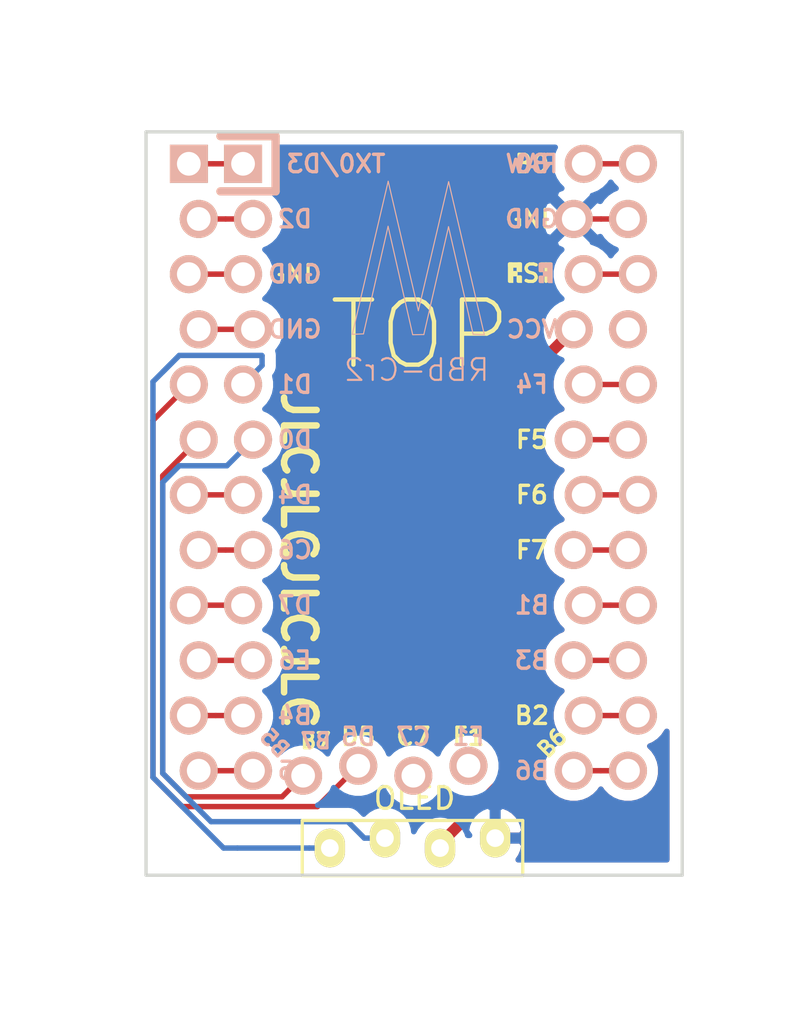
<source format=kicad_pcb>
(kicad_pcb (version 20171130) (host pcbnew 5.1.4+dfsg1-1~bpo10+1)

  (general
    (thickness 1.6)
    (drawings 22)
    (tracks 64)
    (zones 0)
    (modules 3)
    (nets 32)
  )

  (page A4)
  (layers
    (0 F.Cu signal)
    (31 B.Cu signal)
    (32 B.Adhes user)
    (33 F.Adhes user)
    (34 B.Paste user)
    (35 F.Paste user)
    (36 B.SilkS user)
    (37 F.SilkS user)
    (38 B.Mask user)
    (39 F.Mask user)
    (40 Dwgs.User user)
    (41 Cmts.User user)
    (42 Eco1.User user)
    (43 Eco2.User user)
    (44 Edge.Cuts user)
    (45 Margin user)
    (46 B.CrtYd user)
    (47 F.CrtYd user)
    (48 B.Fab user)
    (49 F.Fab user)
  )

  (setup
    (last_trace_width 0.25)
    (trace_clearance 0.2)
    (zone_clearance 0.508)
    (zone_45_only no)
    (trace_min 0.2)
    (via_size 0.8)
    (via_drill 0.4)
    (via_min_size 0.4)
    (via_min_drill 0.3)
    (uvia_size 0.3)
    (uvia_drill 0.1)
    (uvias_allowed no)
    (uvia_min_size 0.2)
    (uvia_min_drill 0.1)
    (edge_width 0.1)
    (segment_width 0.2)
    (pcb_text_width 0.3)
    (pcb_text_size 1.5 1.5)
    (mod_edge_width 0.15)
    (mod_text_size 1 1)
    (mod_text_width 0.15)
    (pad_size 1.397 1.778)
    (pad_drill 0.8128)
    (pad_to_mask_clearance 0)
    (aux_axis_origin 0 0)
    (visible_elements 7FFFFFFF)
    (pcbplotparams
      (layerselection 0x010f0_ffffffff)
      (usegerberextensions true)
      (usegerberattributes false)
      (usegerberadvancedattributes false)
      (creategerberjobfile false)
      (excludeedgelayer true)
      (linewidth 0.100000)
      (plotframeref false)
      (viasonmask false)
      (mode 1)
      (useauxorigin false)
      (hpglpennumber 1)
      (hpglpenspeed 20)
      (hpglpendiameter 15.000000)
      (psnegative false)
      (psa4output false)
      (plotreference true)
      (plotvalue true)
      (plotinvisibletext false)
      (padsonsilk false)
      (subtractmaskfromsilk true)
      (outputformat 1)
      (mirror false)
      (drillshape 0)
      (scaleselection 1)
      (outputdirectory "../../gerbers/"))
  )

  (net 0 "")
  (net 1 "Net-(U1-Pad24)")
  (net 2 "Net-(U1-Pad12)")
  (net 3 "Net-(U1-Pad23)")
  (net 4 "Net-(U1-Pad22)")
  (net 5 "Net-(U1-Pad20)")
  (net 6 "Net-(U1-Pad19)")
  (net 7 "Net-(U1-Pad18)")
  (net 8 "Net-(U1-Pad17)")
  (net 9 "Net-(U1-Pad16)")
  (net 10 "Net-(U1-Pad15)")
  (net 11 "Net-(U1-Pad14)")
  (net 12 "Net-(U1-Pad13)")
  (net 13 "Net-(U1-Pad11)")
  (net 14 "Net-(U1-Pad10)")
  (net 15 "Net-(U1-Pad9)")
  (net 16 "Net-(U1-Pad8)")
  (net 17 "Net-(U1-Pad7)")
  (net 18 "Net-(U1-Pad4)")
  (net 19 "Net-(U1-Pad3)")
  (net 20 "Net-(U1-Pad2)")
  (net 21 "Net-(U1-Pad1)")
  (net 22 "Net-(U1-Pad25)")
  (net 23 "Net-(U1-Pad26)")
  (net 24 "Net-(U1-Pad27)")
  (net 25 "Net-(U1-Pad28)")
  (net 26 SDA)
  (net 27 SCL)
  (net 28 VCC)
  (net 29 "Net-(U2-Pad21)")
  (net 30 GND)
  (net 31 "Net-(U2-Pad23)")

  (net_class Default "This is the default net class."
    (clearance 0.2)
    (trace_width 0.25)
    (via_dia 0.8)
    (via_drill 0.4)
    (uvia_dia 0.3)
    (uvia_drill 0.1)
    (add_net GND)
    (add_net "Net-(U1-Pad1)")
    (add_net "Net-(U1-Pad10)")
    (add_net "Net-(U1-Pad11)")
    (add_net "Net-(U1-Pad12)")
    (add_net "Net-(U1-Pad13)")
    (add_net "Net-(U1-Pad14)")
    (add_net "Net-(U1-Pad15)")
    (add_net "Net-(U1-Pad16)")
    (add_net "Net-(U1-Pad17)")
    (add_net "Net-(U1-Pad18)")
    (add_net "Net-(U1-Pad19)")
    (add_net "Net-(U1-Pad2)")
    (add_net "Net-(U1-Pad20)")
    (add_net "Net-(U1-Pad22)")
    (add_net "Net-(U1-Pad23)")
    (add_net "Net-(U1-Pad24)")
    (add_net "Net-(U1-Pad25)")
    (add_net "Net-(U1-Pad26)")
    (add_net "Net-(U1-Pad27)")
    (add_net "Net-(U1-Pad28)")
    (add_net "Net-(U1-Pad3)")
    (add_net "Net-(U1-Pad4)")
    (add_net "Net-(U1-Pad7)")
    (add_net "Net-(U1-Pad8)")
    (add_net "Net-(U1-Pad9)")
    (add_net "Net-(U2-Pad21)")
    (add_net "Net-(U2-Pad23)")
    (add_net SCL)
    (add_net SDA)
    (add_net VCC)
  )

  (module kbd:OLED_1side (layer F.Cu) (tedit 5EAEF726) (tstamp 5EAEC976)
    (at 85.83 85.83)
    (descr "Connecteur 6 pins")
    (tags "CONN DEV")
    (path /5A91DA4B)
    (fp_text reference J1 (at 3.7 2.1 180) (layer F.Fab)
      (effects (font (size 0.8128 0.8128) (thickness 0.15)))
    )
    (fp_text value OLED (at 3.6 3.3) (layer F.SilkS) hide
      (effects (font (size 0.8128 0.8128) (thickness 0.15)))
    )
    (fp_line (start -1.27 1.27) (end 8.89 1.27) (layer F.SilkS) (width 0.15))
    (fp_line (start -1.27 -1.27) (end 8.89 -1.27) (layer F.SilkS) (width 0.15))
    (fp_line (start 8.89 -1.27) (end 8.89 1.27) (layer F.SilkS) (width 0.15))
    (fp_line (start -1.27 1.27) (end -1.27 -1.27) (layer F.SilkS) (width 0.15))
    (fp_text user OLED (at 3.906 -2.284) (layer F.SilkS)
      (effects (font (size 1 1) (thickness 0.15)))
    )
    (pad 1 thru_hole oval (at 0 0) (size 1.397 1.778) (drill 0.8128) (layers *.Cu F.SilkS B.Mask)
      (net 26 SDA))
    (pad 2 thru_hole oval (at 2.54 -0.4572) (size 1.397 1.778) (drill 0.8128) (layers *.Cu F.SilkS B.Mask)
      (net 27 SCL))
    (pad 3 thru_hole oval (at 5.08 0) (size 1.397 1.778) (drill 0.8128) (layers *.Cu F.SilkS B.Mask)
      (net 28 VCC))
    (pad 4 thru_hole oval (at 7.62 -0.4572) (size 1.397 1.778) (drill 0.8128) (layers *.Cu F.SilkS B.Mask)
      (net 30 GND))
  )

  (module Keebio-Parts:Elite-C-ZigZag (layer F.Cu) (tedit 5EAEC749) (tstamp 5EAE4D75)
    (at 89.68 68.3 270)
    (path /5E939961)
    (fp_text reference U1 (at 0 1.625 90) (layer F.SilkS) hide
      (effects (font (size 1 1) (thickness 0.2)))
    )
    (fp_text value ProMicro (at 0 0 90) (layer F.SilkS) hide
      (effects (font (size 1 1) (thickness 0.2)))
    )
    (fp_text user D5 (at 12.4 2.54) (layer B.SilkS)
      (effects (font (size 0.8 0.8) (thickness 0.15)) (justify mirror))
    )
    (fp_text user D5 (at 12.4 2.54) (layer F.SilkS)
      (effects (font (size 0.8 0.8) (thickness 0.15)))
    )
    (fp_text user F1 (at 12.4 -2.54) (layer F.SilkS)
      (effects (font (size 0.8 0.8) (thickness 0.15)))
    )
    (fp_text user F1 (at 12.4 -2.54) (layer B.SilkS)
      (effects (font (size 0.8 0.8) (thickness 0.15)) (justify mirror))
    )
    (fp_text user C7 (at 12.4 0) (layer B.SilkS)
      (effects (font (size 0.8 0.8) (thickness 0.15)) (justify mirror))
    )
    (fp_text user C7 (at 12.4 0) (layer F.SilkS)
      (effects (font (size 0.8 0.8) (thickness 0.15)))
    )
    (fp_text user B6 (at 13.97 -5.461 unlocked) (layer B.SilkS)
      (effects (font (size 0.8 0.8) (thickness 0.15)) (justify mirror))
    )
    (fp_text user B6 (at 12.7 -6.4 45 unlocked) (layer F.SilkS)
      (effects (font (size 0.7 0.7) (thickness 0.15)))
    )
    (fp_text user B7 (at 12.6 4.5) (layer B.SilkS)
      (effects (font (size 0.7 0.7) (thickness 0.15)) (justify mirror))
    )
    (fp_text user B7 (at 12.6 4.5) (layer F.SilkS)
      (effects (font (size 0.7 0.7) (thickness 0.15)))
    )
    (fp_line (start -15.24 6.35) (end -15.24 8.89) (layer F.SilkS) (width 0.381))
    (fp_line (start -15.24 6.35) (end -15.24 8.89) (layer B.SilkS) (width 0.381))
    (fp_poly (pts (xy -9.35097 -5.844635) (xy -9.25097 -5.844635) (xy -9.25097 -6.344635) (xy -9.35097 -6.344635)) (layer B.SilkS) (width 0.15))
    (fp_poly (pts (xy -9.35097 -5.844635) (xy -9.05097 -5.844635) (xy -9.05097 -5.944635) (xy -9.35097 -5.944635)) (layer B.SilkS) (width 0.15))
    (fp_poly (pts (xy -8.75097 -5.844635) (xy -8.55097 -5.844635) (xy -8.55097 -5.944635) (xy -8.75097 -5.944635)) (layer B.SilkS) (width 0.15))
    (fp_poly (pts (xy -9.35097 -6.244635) (xy -8.55097 -6.244635) (xy -8.55097 -6.344635) (xy -9.35097 -6.344635)) (layer B.SilkS) (width 0.15))
    (fp_poly (pts (xy -8.95097 -6.044635) (xy -8.85097 -6.044635) (xy -8.85097 -6.144635) (xy -8.95097 -6.144635)) (layer B.SilkS) (width 0.15))
    (fp_text user ST (at -8.92 -5.73312) (layer F.SilkS)
      (effects (font (size 0.8 0.8) (thickness 0.15)))
    )
    (fp_poly (pts (xy -8.76064 -4.931568) (xy -8.56064 -4.931568) (xy -8.56064 -4.831568) (xy -8.76064 -4.831568)) (layer F.SilkS) (width 0.15))
    (fp_poly (pts (xy -9.36064 -4.531568) (xy -8.56064 -4.531568) (xy -8.56064 -4.431568) (xy -9.36064 -4.431568)) (layer F.SilkS) (width 0.15))
    (fp_poly (pts (xy -9.36064 -4.931568) (xy -9.26064 -4.931568) (xy -9.26064 -4.431568) (xy -9.36064 -4.431568)) (layer F.SilkS) (width 0.15))
    (fp_poly (pts (xy -8.96064 -4.731568) (xy -8.86064 -4.731568) (xy -8.86064 -4.631568) (xy -8.96064 -4.631568)) (layer F.SilkS) (width 0.15))
    (fp_poly (pts (xy -9.36064 -4.931568) (xy -9.06064 -4.931568) (xy -9.06064 -4.831568) (xy -9.36064 -4.831568)) (layer F.SilkS) (width 0.15))
    (fp_line (start -12.7 6.35) (end -12.7 8.89) (layer F.SilkS) (width 0.381))
    (fp_line (start -15.24 6.35) (end -12.7 6.35) (layer F.SilkS) (width 0.381))
    (fp_text user TX0/D3 (at -13.97 3.571872) (layer B.SilkS)
      (effects (font (size 0.8 0.8) (thickness 0.15)) (justify mirror))
    )
    (fp_text user TX0/D3 (at -13.97 3.571872) (layer B.SilkS)
      (effects (font (size 0.8 0.8) (thickness 0.15)) (justify mirror))
    )
    (fp_text user D2 (at -11.43 5.461) (layer B.SilkS)
      (effects (font (size 0.8 0.8) (thickness 0.15)) (justify mirror))
    )
    (fp_text user D0 (at -1.27 5.461) (layer B.SilkS)
      (effects (font (size 0.8 0.8) (thickness 0.15)) (justify mirror))
    )
    (fp_text user D1 (at -3.81 5.461) (layer B.SilkS)
      (effects (font (size 0.8 0.8) (thickness 0.15)) (justify mirror))
    )
    (fp_text user GND (at -6.35 5.461) (layer B.SilkS)
      (effects (font (size 0.8 0.8) (thickness 0.15)) (justify mirror))
    )
    (fp_text user GND (at -8.89 5.461) (layer F.SilkS)
      (effects (font (size 0.8 0.8) (thickness 0.15)))
    )
    (fp_text user D4 (at 1.27 5.461) (layer B.SilkS)
      (effects (font (size 0.8 0.8) (thickness 0.15)) (justify mirror))
    )
    (fp_text user C6 (at 3.81 5.461) (layer B.SilkS)
      (effects (font (size 0.8 0.8) (thickness 0.15)) (justify mirror))
    )
    (fp_text user D7 (at 6.35 5.461) (layer B.SilkS)
      (effects (font (size 0.8 0.8) (thickness 0.15)) (justify mirror))
    )
    (fp_text user E6 (at 8.89 5.461) (layer B.SilkS)
      (effects (font (size 0.8 0.8) (thickness 0.15)) (justify mirror))
    )
    (fp_text user B4 (at 11.43 5.461) (layer B.SilkS)
      (effects (font (size 0.8 0.8) (thickness 0.15)) (justify mirror))
    )
    (fp_text user B5 (at 13.97 5.461) (layer B.SilkS)
      (effects (font (size 0.8 0.8) (thickness 0.15)) (justify mirror))
    )
    (fp_text user B2 (at 11.43 -5.461) (layer F.SilkS)
      (effects (font (size 0.8 0.8) (thickness 0.15)))
    )
    (fp_text user B3 (at 8.89 -5.461) (layer B.SilkS)
      (effects (font (size 0.8 0.8) (thickness 0.15)) (justify mirror))
    )
    (fp_text user B1 (at 6.35 -5.461) (layer B.SilkS)
      (effects (font (size 0.8 0.8) (thickness 0.15)) (justify mirror))
    )
    (fp_text user F7 (at 3.81 -5.461) (layer F.SilkS)
      (effects (font (size 0.8 0.8) (thickness 0.15)))
    )
    (fp_text user F6 (at 1.27 -5.461) (layer F.SilkS)
      (effects (font (size 0.8 0.8) (thickness 0.15)))
    )
    (fp_text user F5 (at -1.27 -5.461) (layer F.SilkS)
      (effects (font (size 0.8 0.8) (thickness 0.15)))
    )
    (fp_text user F4 (at -3.81 -5.461) (layer B.SilkS)
      (effects (font (size 0.8 0.8) (thickness 0.15)) (justify mirror))
    )
    (fp_text user VCC (at -6.35 -5.461) (layer B.SilkS)
      (effects (font (size 0.8 0.8) (thickness 0.15)) (justify mirror))
    )
    (fp_text user ST (at -8.92 -5.73312) (layer F.SilkS)
      (effects (font (size 0.8 0.8) (thickness 0.15)))
    )
    (fp_text user GND (at -11.43 -5.461) (layer F.SilkS)
      (effects (font (size 0.8 0.8) (thickness 0.15)))
    )
    (fp_text user B0 (at -13.97 -5.461) (layer F.SilkS)
      (effects (font (size 0.8 0.8) (thickness 0.15)))
    )
    (fp_text user B0 (at -13.97 -5.461) (layer B.SilkS)
      (effects (font (size 0.8 0.8) (thickness 0.15)) (justify mirror))
    )
    (fp_text user GND (at -11.43 -5.461) (layer B.SilkS)
      (effects (font (size 0.8 0.8) (thickness 0.15)) (justify mirror))
    )
    (fp_text user VCC (at -6.35 -5.461) (layer B.SilkS)
      (effects (font (size 0.8 0.8) (thickness 0.15)) (justify mirror))
    )
    (fp_text user F4 (at -3.81 -5.461) (layer B.SilkS)
      (effects (font (size 0.8 0.8) (thickness 0.15)) (justify mirror))
    )
    (fp_text user F5 (at -1.27 -5.461) (layer F.SilkS)
      (effects (font (size 0.8 0.8) (thickness 0.15)))
    )
    (fp_text user F6 (at 1.27 -5.461) (layer F.SilkS)
      (effects (font (size 0.8 0.8) (thickness 0.15)))
    )
    (fp_text user F7 (at 3.81 -5.461) (layer F.SilkS)
      (effects (font (size 0.8 0.8) (thickness 0.15)))
    )
    (fp_text user B1 (at 6.35 -5.461) (layer B.SilkS)
      (effects (font (size 0.8 0.8) (thickness 0.15)) (justify mirror))
    )
    (fp_text user B3 (at 8.89 -5.461) (layer B.SilkS)
      (effects (font (size 0.8 0.8) (thickness 0.15)) (justify mirror))
    )
    (fp_text user B2 (at 11.43 -5.461) (layer F.SilkS)
      (effects (font (size 0.8 0.8) (thickness 0.15)))
    )
    (fp_text user B5 (at 12.7 6.4 315) (layer B.SilkS)
      (effects (font (size 0.7 0.7) (thickness 0.15)) (justify mirror))
    )
    (fp_text user B4 (at 11.43 5.461) (layer B.SilkS)
      (effects (font (size 0.8 0.8) (thickness 0.15)) (justify mirror))
    )
    (fp_text user E6 (at 8.89 5.461) (layer B.SilkS)
      (effects (font (size 0.8 0.8) (thickness 0.15)) (justify mirror))
    )
    (fp_text user D7 (at 6.35 5.461) (layer B.SilkS)
      (effects (font (size 0.8 0.8) (thickness 0.15)) (justify mirror))
    )
    (fp_text user C6 (at 3.81 5.461) (layer B.SilkS)
      (effects (font (size 0.8 0.8) (thickness 0.15)) (justify mirror))
    )
    (fp_text user D4 (at 1.27 5.461) (layer B.SilkS)
      (effects (font (size 0.8 0.8) (thickness 0.15)) (justify mirror))
    )
    (fp_text user GND (at -8.89 5.461) (layer B.SilkS)
      (effects (font (size 0.8 0.8) (thickness 0.15)) (justify mirror))
    )
    (fp_text user GND (at -6.35 5.461) (layer B.SilkS)
      (effects (font (size 0.8 0.8) (thickness 0.15)) (justify mirror))
    )
    (fp_text user D1 (at -3.81 5.461) (layer B.SilkS)
      (effects (font (size 0.8 0.8) (thickness 0.15)) (justify mirror))
    )
    (fp_text user D0 (at -1.27 5.461) (layer B.SilkS)
      (effects (font (size 0.8 0.8) (thickness 0.15)) (justify mirror))
    )
    (fp_text user D2 (at -11.43 5.461) (layer B.SilkS)
      (effects (font (size 0.8 0.8) (thickness 0.15)) (justify mirror))
    )
    (fp_line (start -15.24 6.35) (end -12.7 6.35) (layer B.SilkS) (width 0.381))
    (fp_line (start -12.7 6.35) (end -12.7 8.89) (layer B.SilkS) (width 0.381))
    (fp_text user RAW (at -13.97 -5.461) (layer B.SilkS)
      (effects (font (size 0.8 0.8) (thickness 0.15)) (justify mirror))
    )
    (pad 25 thru_hole circle (at 14.1986 5.08 270) (size 1.7526 1.7526) (drill 1.0922) (layers *.Cu *.SilkS *.Mask)
      (net 22 "Net-(U1-Pad25)"))
    (pad 26 thru_hole circle (at 13.7414 2.54 270) (size 1.7526 1.7526) (drill 1.0922) (layers *.Cu *.SilkS *.Mask)
      (net 23 "Net-(U1-Pad26)"))
    (pad 27 thru_hole circle (at 14.1986 0 270) (size 1.7526 1.7526) (drill 1.0922) (layers *.Cu *.SilkS *.Mask)
      (net 24 "Net-(U1-Pad27)"))
    (pad 28 thru_hole circle (at 13.7414 -2.54 270) (size 1.7526 1.7526) (drill 1.0922) (layers *.Cu *.SilkS *.Mask)
      (net 25 "Net-(U1-Pad28)"))
    (pad 24 thru_hole circle (at -13.97 -7.8486 270) (size 1.7526 1.7526) (drill 1.0922) (layers *.Cu *.SilkS *.Mask)
      (net 1 "Net-(U1-Pad24)"))
    (pad 12 thru_hole circle (at 13.97 7.3914 270) (size 1.7526 1.7526) (drill 1.0922) (layers *.Cu *.SilkS *.Mask)
      (net 2 "Net-(U1-Pad12)"))
    (pad 23 thru_hole circle (at -11.43 -7.3914 270) (size 1.7526 1.7526) (drill 1.0922) (layers *.Cu *.SilkS *.Mask)
      (net 30 GND))
    (pad 22 thru_hole circle (at -8.89 -7.8486 270) (size 1.7526 1.7526) (drill 1.0922) (layers *.Cu *.SilkS *.Mask)
      (net 4 "Net-(U1-Pad22)"))
    (pad 21 thru_hole circle (at -6.35 -7.3914 270) (size 1.7526 1.7526) (drill 1.0922) (layers *.Cu *.SilkS *.Mask)
      (net 28 VCC))
    (pad 20 thru_hole circle (at -3.81 -7.8486 270) (size 1.7526 1.7526) (drill 1.0922) (layers *.Cu *.SilkS *.Mask)
      (net 5 "Net-(U1-Pad20)"))
    (pad 19 thru_hole circle (at -1.27 -7.3914 270) (size 1.7526 1.7526) (drill 1.0922) (layers *.Cu *.SilkS *.Mask)
      (net 6 "Net-(U1-Pad19)"))
    (pad 18 thru_hole circle (at 1.27 -7.8486 270) (size 1.7526 1.7526) (drill 1.0922) (layers *.Cu *.SilkS *.Mask)
      (net 7 "Net-(U1-Pad18)"))
    (pad 17 thru_hole circle (at 3.81 -7.3914 270) (size 1.7526 1.7526) (drill 1.0922) (layers *.Cu *.SilkS *.Mask)
      (net 8 "Net-(U1-Pad17)"))
    (pad 16 thru_hole circle (at 6.35 -7.8486 270) (size 1.7526 1.7526) (drill 1.0922) (layers *.Cu *.SilkS *.Mask)
      (net 9 "Net-(U1-Pad16)"))
    (pad 15 thru_hole circle (at 8.89 -7.3914 270) (size 1.7526 1.7526) (drill 1.0922) (layers *.Cu *.SilkS *.Mask)
      (net 10 "Net-(U1-Pad15)"))
    (pad 14 thru_hole circle (at 11.43 -7.8486 270) (size 1.7526 1.7526) (drill 1.0922) (layers *.Cu *.SilkS *.Mask)
      (net 11 "Net-(U1-Pad14)"))
    (pad 13 thru_hole circle (at 13.97 -7.3914 270) (size 1.7526 1.7526) (drill 1.0922) (layers *.Cu *.SilkS *.Mask)
      (net 12 "Net-(U1-Pad13)"))
    (pad 11 thru_hole circle (at 11.43 7.8486 270) (size 1.7526 1.7526) (drill 1.0922) (layers *.Cu *.SilkS *.Mask)
      (net 13 "Net-(U1-Pad11)"))
    (pad 10 thru_hole circle (at 8.89 7.3914 270) (size 1.7526 1.7526) (drill 1.0922) (layers *.Cu *.SilkS *.Mask)
      (net 14 "Net-(U1-Pad10)"))
    (pad 9 thru_hole circle (at 6.35 7.8486 270) (size 1.7526 1.7526) (drill 1.0922) (layers *.Cu *.SilkS *.Mask)
      (net 15 "Net-(U1-Pad9)"))
    (pad 8 thru_hole circle (at 3.81 7.3914 270) (size 1.7526 1.7526) (drill 1.0922) (layers *.Cu *.SilkS *.Mask)
      (net 16 "Net-(U1-Pad8)"))
    (pad 7 thru_hole circle (at 1.27 7.8486 270) (size 1.7526 1.7526) (drill 1.0922) (layers *.Cu *.SilkS *.Mask)
      (net 17 "Net-(U1-Pad7)"))
    (pad 6 thru_hole circle (at -1.27 7.3914 270) (size 1.7526 1.7526) (drill 1.0922) (layers *.Cu *.SilkS *.Mask)
      (net 27 SCL))
    (pad 5 thru_hole circle (at -3.81 7.8486 270) (size 1.7526 1.7526) (drill 1.0922) (layers *.Cu *.SilkS *.Mask)
      (net 26 SDA))
    (pad 4 thru_hole circle (at -6.35 7.3914 270) (size 1.7526 1.7526) (drill 1.0922) (layers *.Cu *.SilkS *.Mask)
      (net 18 "Net-(U1-Pad4)"))
    (pad 3 thru_hole circle (at -8.89 7.8486 270) (size 1.7526 1.7526) (drill 1.0922) (layers *.Cu *.SilkS *.Mask)
      (net 19 "Net-(U1-Pad3)"))
    (pad 2 thru_hole circle (at -11.43 7.3914 270) (size 1.7526 1.7526) (drill 1.0922) (layers *.Cu *.SilkS *.Mask)
      (net 20 "Net-(U1-Pad2)"))
    (pad 1 thru_hole rect (at -13.97 7.8486 270) (size 1.7526 1.7526) (drill 1.0922) (layers *.Cu *.SilkS *.Mask)
      (net 21 "Net-(U1-Pad1)"))
    (model /Users/danny/Documents/proj/custom-keyboard/kicad-libs/3d_models/ArduinoProMicro.wrl
      (offset (xyz -13.96999979019165 -7.619999885559082 -5.841999912261963))
      (scale (xyz 0.395 0.395 0.395))
      (rotate (xyz 90 180 180))
    )
  )

  (module Keebio-Parts:ArduinoProMicro-Mini-USB-ZigZag (layer F.Cu) (tedit 5EADCE30) (tstamp 5EADD8E0)
    (at 89.68 68.3 270)
    (path /5E9394F7)
    (fp_text reference U2 (at 0 1.125 90) (layer F.SilkS) hide
      (effects (font (size 1.27 1.524) (thickness 0.2032)))
    )
    (fp_text value ProMicro (at 0 -1 90) (layer F.SilkS) hide
      (effects (font (size 1.27 1.524) (thickness 0.2032)))
    )
    (pad 24 thru_hole circle (at -13.97 -10.3486 270) (size 1.7526 1.7526) (drill 1.0922) (layers *.Cu *.SilkS *.Mask)
      (net 1 "Net-(U1-Pad24)"))
    (pad 12 thru_hole circle (at 13.97 9.8914 270) (size 1.7526 1.7526) (drill 1.0922) (layers *.Cu *.SilkS *.Mask)
      (net 2 "Net-(U1-Pad12)"))
    (pad 23 thru_hole circle (at -11.43 -9.8914 270) (size 1.7526 1.7526) (drill 1.0922) (layers *.Cu *.SilkS *.Mask)
      (net 31 "Net-(U2-Pad23)"))
    (pad 22 thru_hole circle (at -8.89 -10.3486 270) (size 1.7526 1.7526) (drill 1.0922) (layers *.Cu *.SilkS *.Mask)
      (net 4 "Net-(U1-Pad22)"))
    (pad 21 thru_hole circle (at -6.35 -9.8914 270) (size 1.7526 1.7526) (drill 1.0922) (layers *.Cu *.SilkS *.Mask)
      (net 29 "Net-(U2-Pad21)"))
    (pad 20 thru_hole circle (at -3.81 -10.3486 270) (size 1.7526 1.7526) (drill 1.0922) (layers *.Cu *.SilkS *.Mask)
      (net 5 "Net-(U1-Pad20)"))
    (pad 19 thru_hole circle (at -1.27 -9.8914 270) (size 1.7526 1.7526) (drill 1.0922) (layers *.Cu *.SilkS *.Mask)
      (net 6 "Net-(U1-Pad19)"))
    (pad 18 thru_hole circle (at 1.27 -10.3486 270) (size 1.7526 1.7526) (drill 1.0922) (layers *.Cu *.SilkS *.Mask)
      (net 7 "Net-(U1-Pad18)"))
    (pad 17 thru_hole circle (at 3.81 -9.8914 270) (size 1.7526 1.7526) (drill 1.0922) (layers *.Cu *.SilkS *.Mask)
      (net 8 "Net-(U1-Pad17)"))
    (pad 16 thru_hole circle (at 6.35 -10.3486 270) (size 1.7526 1.7526) (drill 1.0922) (layers *.Cu *.SilkS *.Mask)
      (net 9 "Net-(U1-Pad16)"))
    (pad 15 thru_hole circle (at 8.89 -9.8914 270) (size 1.7526 1.7526) (drill 1.0922) (layers *.Cu *.SilkS *.Mask)
      (net 10 "Net-(U1-Pad15)"))
    (pad 14 thru_hole circle (at 11.43 -10.3486 270) (size 1.7526 1.7526) (drill 1.0922) (layers *.Cu *.SilkS *.Mask)
      (net 11 "Net-(U1-Pad14)"))
    (pad 13 thru_hole circle (at 13.97 -9.8914 270) (size 1.7526 1.7526) (drill 1.0922) (layers *.Cu *.SilkS *.Mask)
      (net 12 "Net-(U1-Pad13)"))
    (pad 11 thru_hole circle (at 11.43 10.3486 270) (size 1.7526 1.7526) (drill 1.0922) (layers *.Cu *.SilkS *.Mask)
      (net 13 "Net-(U1-Pad11)"))
    (pad 10 thru_hole circle (at 8.89 9.8914 270) (size 1.7526 1.7526) (drill 1.0922) (layers *.Cu *.SilkS *.Mask)
      (net 14 "Net-(U1-Pad10)"))
    (pad 9 thru_hole circle (at 6.35 10.3486 270) (size 1.7526 1.7526) (drill 1.0922) (layers *.Cu *.SilkS *.Mask)
      (net 15 "Net-(U1-Pad9)"))
    (pad 8 thru_hole circle (at 3.81 9.8914 270) (size 1.7526 1.7526) (drill 1.0922) (layers *.Cu *.SilkS *.Mask)
      (net 16 "Net-(U1-Pad8)"))
    (pad 7 thru_hole circle (at 1.27 10.3486 270) (size 1.7526 1.7526) (drill 1.0922) (layers *.Cu *.SilkS *.Mask)
      (net 17 "Net-(U1-Pad7)"))
    (pad 6 thru_hole circle (at -1.27 9.8914 270) (size 1.7526 1.7526) (drill 1.0922) (layers *.Cu *.SilkS *.Mask)
      (net 22 "Net-(U1-Pad25)"))
    (pad 5 thru_hole circle (at -3.81 10.3486 270) (size 1.7526 1.7526) (drill 1.0922) (layers *.Cu *.SilkS *.Mask)
      (net 23 "Net-(U1-Pad26)"))
    (pad 4 thru_hole circle (at -6.35 9.8914 270) (size 1.7526 1.7526) (drill 1.0922) (layers *.Cu *.SilkS *.Mask)
      (net 18 "Net-(U1-Pad4)"))
    (pad 3 thru_hole circle (at -8.89 10.3486 270) (size 1.7526 1.7526) (drill 1.0922) (layers *.Cu *.SilkS *.Mask)
      (net 19 "Net-(U1-Pad3)"))
    (pad 2 thru_hole circle (at -11.43 9.8914 270) (size 1.7526 1.7526) (drill 1.0922) (layers *.Cu *.SilkS *.Mask)
      (net 20 "Net-(U1-Pad2)"))
    (pad 1 thru_hole rect (at -13.97 10.3486 270) (size 1.7526 1.7526) (drill 1.0922) (layers *.Cu *.SilkS *.Mask)
      (net 21 "Net-(U1-Pad1)"))
  )

  (gr_text JLCJLCJLCJLC (at 84.4 72.59 270) (layer F.SilkS) (tstamp 5EAF14E0)
    (effects (font (size 1.5 1.5) (thickness 0.3)))
  )
  (gr_text TOP (at 89.99 62.2) (layer F.SilkS) (tstamp 5EAE5D93)
    (effects (font (size 3 3) (thickness 0.2)))
  )
  (gr_text RBb-Cr2 (at 89.83 63.82) (layer B.SilkS) (tstamp 5EADD511)
    (effects (font (size 1 1) (thickness 0.1)) (justify mirror))
  )
  (gr_line (start 77.36 52.86) (end 102.07 52.86) (layer Edge.Cuts) (width 0.15) (tstamp 5EAE524E))
  (gr_line (start 77.36 87.08) (end 102.07 87.08) (layer Edge.Cuts) (width 0.15) (tstamp 5EAE5242))
  (gr_line (start 77.36 52.86) (end 77.36 87.08) (layer Edge.Cuts) (width 0.15) (tstamp 5EAE5263))
  (gr_line (start 102.07 52.86) (end 102.07 87.08) (layer Edge.Cuts) (width 0.15) (tstamp 5EAE523C))
  (gr_line (start 78.08 52.86) (end 101.2 52.86) (layer Dwgs.User) (width 0.15) (tstamp 5EAE5184))
  (gr_line (start 78.08 52.86) (end 78.09 83.65) (layer Dwgs.User) (width 0.15) (tstamp 5EAE5181))
  (gr_line (start 101.2 52.86) (end 101.21 83.65) (layer Dwgs.User) (width 0.15) (tstamp 5EADD0BF))
  (gr_line (start 78.09 83.65) (end 101.21 83.65) (layer Dwgs.User) (width 0.15) (tstamp 5EADD0AF))
  (gr_line (start 92.435465 62.179613) (end 92.950906 62.199226) (layer B.SilkS) (width 0.05) (tstamp 5EAE539D))
  (gr_line (start 86.864559 62.179613) (end 87.38 62.16) (layer B.SilkS) (width 0.05) (tstamp 5EAE53A0))
  (gr_line (start 90.163527 62.190132) (end 91.300459 57.22777) (layer B.SilkS) (width 0.05) (tstamp 5EAE53A3))
  (gr_line (start 89.650012 62.199226) (end 90.163527 62.190132) (layer B.SilkS) (width 0.05) (tstamp 5EAE53A6))
  (gr_line (start 91.300459 57.22777) (end 92.435465 62.179613) (layer B.SilkS) (width 0.05) (tstamp 5EAE53A9))
  (gr_line (start 91.305248 55.154467) (end 89.910037 61.092551) (layer B.SilkS) (width 0.05) (tstamp 5EAE53AC))
  (gr_line (start 92.950906 62.199226) (end 91.305248 55.154467) (layer B.SilkS) (width 0.05) (tstamp 5EAE53AF))
  (gr_line (start 88.515006 57.208157) (end 89.650012 62.199226) (layer B.SilkS) (width 0.05) (tstamp 5EAE53B2))
  (gr_line (start 88.519796 55.134854) (end 86.864559 62.179613) (layer B.SilkS) (width 0.05) (tstamp 5EAE53B5))
  (gr_line (start 89.910037 61.092551) (end 88.519796 55.134854) (layer B.SilkS) (width 0.05) (tstamp 5EAE53B8))
  (gr_line (start 87.38 62.16) (end 88.515006 57.208157) (layer B.SilkS) (width 0.05) (tstamp 5EAE53BB))

  (segment (start 97.5286 54.33) (end 100.0286 54.33) (width 0.25) (layer F.Cu) (net 1))
  (segment (start 79.7886 82.27) (end 82.2886 82.27) (width 0.25) (layer F.Cu) (net 2))
  (segment (start 98.332125 56.87) (end 97.0714 56.87) (width 0.25) (layer F.Cu) (net 3))
  (segment (start 99.5714 56.87) (end 98.332125 56.87) (width 0.25) (layer F.Cu) (net 3))
  (segment (start 100.0286 59.41) (end 97.5286 59.41) (width 0.25) (layer F.Cu) (net 4))
  (segment (start 97.5286 64.49) (end 100.0286 64.49) (width 0.25) (layer F.Cu) (net 5))
  (segment (start 97.0714 67.03) (end 99.5714 67.03) (width 0.25) (layer F.Cu) (net 6))
  (segment (start 97.5286 69.57) (end 100.0286 69.57) (width 0.25) (layer F.Cu) (net 7))
  (segment (start 97.0714 72.11) (end 99.5714 72.11) (width 0.25) (layer F.Cu) (net 8))
  (segment (start 98.767875 74.65) (end 100.0286 74.65) (width 0.25) (layer F.Cu) (net 9))
  (segment (start 97.5286 74.65) (end 98.767875 74.65) (width 0.25) (layer F.Cu) (net 9))
  (segment (start 97.0714 77.19) (end 99.5714 77.19) (width 0.25) (layer F.Cu) (net 10))
  (segment (start 98.767875 79.73) (end 100.0286 79.73) (width 0.25) (layer F.Cu) (net 11))
  (segment (start 97.5286 79.73) (end 98.767875 79.73) (width 0.25) (layer F.Cu) (net 11))
  (segment (start 98.310675 82.27) (end 99.5714 82.27) (width 0.25) (layer F.Cu) (net 12))
  (segment (start 97.0714 82.27) (end 98.310675 82.27) (width 0.25) (layer F.Cu) (net 12))
  (segment (start 80.570675 79.73) (end 81.8314 79.73) (width 0.25) (layer F.Cu) (net 13))
  (segment (start 79.3314 79.73) (end 80.570675 79.73) (width 0.25) (layer F.Cu) (net 13))
  (segment (start 79.7886 77.19) (end 82.2886 77.19) (width 0.25) (layer F.Cu) (net 14))
  (segment (start 79.3314 74.65) (end 81.8314 74.65) (width 0.25) (layer F.Cu) (net 15))
  (segment (start 81.027875 72.11) (end 82.2886 72.11) (width 0.25) (layer F.Cu) (net 16))
  (segment (start 79.7886 72.11) (end 81.027875 72.11) (width 0.25) (layer F.Cu) (net 16))
  (segment (start 79.3314 69.57) (end 81.8314 69.57) (width 0.25) (layer F.Cu) (net 17))
  (segment (start 79.7886 61.95) (end 82.2886 61.95) (width 0.25) (layer F.Cu) (net 18))
  (segment (start 80.570675 59.41) (end 81.8314 59.41) (width 0.25) (layer F.Cu) (net 19))
  (segment (start 79.3314 59.41) (end 80.570675 59.41) (width 0.25) (layer F.Cu) (net 19))
  (segment (start 81.027875 56.87) (end 82.2886 56.87) (width 0.25) (layer F.Cu) (net 20))
  (segment (start 79.7886 56.87) (end 81.027875 56.87) (width 0.25) (layer F.Cu) (net 20))
  (segment (start 80.4577 54.33) (end 81.8314 54.33) (width 0.25) (layer F.Cu) (net 21))
  (segment (start 79.3314 54.33) (end 80.4577 54.33) (width 0.25) (layer F.Cu) (net 21))
  (segment (start 78.130099 68.688501) (end 79.470395 67.348205) (width 0.25) (layer F.Cu) (net 22))
  (segment (start 78.130099 82.389425) (end 78.130099 68.688501) (width 0.25) (layer F.Cu) (net 22))
  (segment (start 79.211975 83.471301) (end 78.130099 82.389425) (width 0.25) (layer F.Cu) (net 22))
  (segment (start 84.6 82.4986) (end 83.627299 83.471301) (width 0.25) (layer F.Cu) (net 22))
  (segment (start 83.627299 83.471301) (end 79.211975 83.471301) (width 0.25) (layer F.Cu) (net 22))
  (segment (start 77.680089 66.141311) (end 79.013195 64.808205) (width 0.25) (layer F.Cu) (net 23))
  (segment (start 77.680089 82.575825) (end 77.680089 66.141311) (width 0.25) (layer F.Cu) (net 23))
  (segment (start 79.025574 83.92131) (end 77.680089 82.575825) (width 0.25) (layer F.Cu) (net 23))
  (segment (start 87.14 82.0414) (end 85.260089 83.921311) (width 0.25) (layer F.Cu) (net 23))
  (segment (start 85.260089 83.921311) (end 79.025574 83.92131) (width 0.25) (layer F.Cu) (net 23))
  (segment (start 81.570674 85.83) (end 84.8815 85.83) (width 0.25) (layer B.Cu) (net 26))
  (segment (start 84.8815 85.83) (end 85.83 85.83) (width 0.25) (layer B.Cu) (net 26))
  (segment (start 78.892173 63.151301) (end 78.130099 63.913375) (width 0.25) (layer B.Cu) (net 26))
  (segment (start 82.707699 63.613701) (end 81.8314 64.49) (width 0.25) (layer B.Cu) (net 26))
  (segment (start 82.691301 63.151301) (end 82.707699 63.167699) (width 0.25) (layer B.Cu) (net 26))
  (segment (start 78.892173 63.151301) (end 82.691301 63.151301) (width 0.25) (layer B.Cu) (net 26))
  (segment (start 77.680089 64.363385) (end 78.892173 63.151301) (width 0.25) (layer B.Cu) (net 26))
  (segment (start 77.680089 82.575825) (end 77.680089 64.363385) (width 0.25) (layer B.Cu) (net 26))
  (segment (start 80.934264 85.83) (end 77.680089 82.575825) (width 0.25) (layer B.Cu) (net 26))
  (segment (start 82.707699 63.167699) (end 82.707699 63.613701) (width 0.25) (layer B.Cu) (net 26))
  (segment (start 81.570674 85.83) (end 80.934264 85.83) (width 0.25) (layer B.Cu) (net 26))
  (segment (start 88.37 85.6395) (end 88.37 85.83) (width 0.25) (layer B.Cu) (net 27))
  (segment (start 78.130099 82.389425) (end 80.356664 84.61599) (width 0.25) (layer B.Cu) (net 27))
  (segment (start 78.130099 68.993375) (end 78.130099 82.389425) (width 0.25) (layer B.Cu) (net 27))
  (segment (start 78.892173 68.231301) (end 78.130099 68.993375) (width 0.25) (layer B.Cu) (net 27))
  (segment (start 81.087299 68.231301) (end 78.892173 68.231301) (width 0.25) (layer B.Cu) (net 27))
  (segment (start 82.2886 67.03) (end 81.087299 68.231301) (width 0.25) (layer B.Cu) (net 27))
  (segment (start 86.66469 84.61599) (end 80.356664 84.61599) (width 0.25) (layer B.Cu) (net 27))
  (segment (start 87.4215 85.3728) (end 86.66469 84.61599) (width 0.25) (layer B.Cu) (net 27))
  (segment (start 88.37 85.3728) (end 87.4215 85.3728) (width 0.25) (layer B.Cu) (net 27))
  (segment (start 90.91 85.6395) (end 94.29 82.2595) (width 0.508) (layer F.Cu) (net 28))
  (segment (start 90.91 85.83) (end 90.91 85.6395) (width 0.25) (layer F.Cu) (net 28))
  (segment (start 94.29 64.7314) (end 96.753195 62.268205) (width 0.508) (layer F.Cu) (net 28))
  (segment (start 94.29 82.2595) (end 94.29 64.7314) (width 0.508) (layer F.Cu) (net 28))

  (zone (net 30) (net_name GND) (layer F.Cu) (tstamp 5EBD870E) (hatch edge 0.508)
    (connect_pads (clearance 0.508))
    (min_thickness 0.254)
    (fill yes (arc_segments 32) (thermal_gap 0.508) (thermal_bridge_width 0.508))
    (polygon
      (pts
        (xy 73.22 48.06) (xy 106.18 47.81) (xy 106.02 91.25) (xy 72.66 90.28)
      )
    )
    (filled_polygon
      (pts
        (xy 96.0173 64.34115) (xy 96.0173 64.63885) (xy 96.075378 64.93083) (xy 96.189303 65.205869) (xy 96.354696 65.453398)
        (xy 96.52274 65.621442) (xy 96.355531 65.690703) (xy 96.108002 65.856096) (xy 95.897496 66.066602) (xy 95.732103 66.314131)
        (xy 95.618178 66.58917) (xy 95.5601 66.88115) (xy 95.5601 67.17885) (xy 95.618178 67.47083) (xy 95.732103 67.745869)
        (xy 95.897496 67.993398) (xy 96.108002 68.203904) (xy 96.355531 68.369297) (xy 96.52274 68.438558) (xy 96.354696 68.606602)
        (xy 96.189303 68.854131) (xy 96.075378 69.12917) (xy 96.0173 69.42115) (xy 96.0173 69.71885) (xy 96.075378 70.01083)
        (xy 96.189303 70.285869) (xy 96.354696 70.533398) (xy 96.52274 70.701442) (xy 96.355531 70.770703) (xy 96.108002 70.936096)
        (xy 95.897496 71.146602) (xy 95.732103 71.394131) (xy 95.618178 71.66917) (xy 95.5601 71.96115) (xy 95.5601 72.25885)
        (xy 95.618178 72.55083) (xy 95.732103 72.825869) (xy 95.897496 73.073398) (xy 96.108002 73.283904) (xy 96.355531 73.449297)
        (xy 96.52274 73.518558) (xy 96.354696 73.686602) (xy 96.189303 73.934131) (xy 96.075378 74.20917) (xy 96.0173 74.50115)
        (xy 96.0173 74.79885) (xy 96.075378 75.09083) (xy 96.189303 75.365869) (xy 96.354696 75.613398) (xy 96.52274 75.781442)
        (xy 96.355531 75.850703) (xy 96.108002 76.016096) (xy 95.897496 76.226602) (xy 95.732103 76.474131) (xy 95.618178 76.74917)
        (xy 95.5601 77.04115) (xy 95.5601 77.33885) (xy 95.618178 77.63083) (xy 95.732103 77.905869) (xy 95.897496 78.153398)
        (xy 96.108002 78.363904) (xy 96.355531 78.529297) (xy 96.52274 78.598558) (xy 96.354696 78.766602) (xy 96.189303 79.014131)
        (xy 96.075378 79.28917) (xy 96.0173 79.58115) (xy 96.0173 79.87885) (xy 96.075378 80.17083) (xy 96.189303 80.445869)
        (xy 96.354696 80.693398) (xy 96.52274 80.861442) (xy 96.355531 80.930703) (xy 96.108002 81.096096) (xy 95.897496 81.306602)
        (xy 95.732103 81.554131) (xy 95.618178 81.82917) (xy 95.5601 82.12115) (xy 95.5601 82.41885) (xy 95.618178 82.71083)
        (xy 95.732103 82.985869) (xy 95.897496 83.233398) (xy 96.108002 83.443904) (xy 96.355531 83.609297) (xy 96.63057 83.723222)
        (xy 96.92255 83.7813) (xy 97.22025 83.7813) (xy 97.51223 83.723222) (xy 97.787269 83.609297) (xy 98.034798 83.443904)
        (xy 98.245304 83.233398) (xy 98.3214 83.119512) (xy 98.397496 83.233398) (xy 98.608002 83.443904) (xy 98.855531 83.609297)
        (xy 99.13057 83.723222) (xy 99.42255 83.7813) (xy 99.72025 83.7813) (xy 100.01223 83.723222) (xy 100.287269 83.609297)
        (xy 100.534798 83.443904) (xy 100.745304 83.233398) (xy 100.910697 82.985869) (xy 101.024622 82.71083) (xy 101.0827 82.41885)
        (xy 101.0827 82.12115) (xy 101.024622 81.82917) (xy 100.910697 81.554131) (xy 100.745304 81.306602) (xy 100.57726 81.138558)
        (xy 100.744469 81.069297) (xy 100.991998 80.903904) (xy 101.202504 80.693398) (xy 101.360001 80.457687) (xy 101.360001 86.37)
        (xy 94.511453 86.37) (xy 94.622748 86.207486) (xy 94.725888 85.966316) (xy 94.779997 85.709659) (xy 94.627768 85.4998)
        (xy 93.577 85.4998) (xy 93.577 85.5198) (xy 93.323 85.5198) (xy 93.323 85.4998) (xy 93.303 85.4998)
        (xy 93.303 85.2458) (xy 93.323 85.2458) (xy 93.323 85.2258) (xy 93.577 85.2258) (xy 93.577 85.2458)
        (xy 94.627768 85.2458) (xy 94.779997 85.035941) (xy 94.725888 84.779284) (xy 94.622748 84.538114) (xy 94.47454 84.3217)
        (xy 94.286959 84.138358) (xy 94.067214 83.995134) (xy 93.884749 83.921987) (xy 94.887743 82.918993) (xy 94.921659 82.891159)
        (xy 95.032753 82.755791) (xy 95.115303 82.601351) (xy 95.166136 82.433774) (xy 95.179 82.303167) (xy 95.179 82.30316)
        (xy 95.1833 82.2595) (xy 95.179 82.21584) (xy 95.179 65.099635) (xy 96.037118 64.241517)
      )
    )
  )
  (zone (net 30) (net_name GND) (layer B.Cu) (tstamp 5EBD870B) (hatch edge 0.508)
    (connect_pads (clearance 0.508))
    (min_thickness 0.254)
    (fill yes (arc_segments 32) (thermal_gap 0.508) (thermal_bridge_width 0.508))
    (polygon
      (pts
        (xy 72.58 46.79) (xy 107.14 47.16) (xy 106.67 93.95) (xy 71.28 91.37) (xy 70.63 91.37)
      )
    )
    (filled_polygon
      (pts
        (xy 96.189303 53.614131) (xy 96.075378 53.88917) (xy 96.0173 54.18115) (xy 96.0173 54.47885) (xy 96.075378 54.77083)
        (xy 96.189303 55.045869) (xy 96.354696 55.293398) (xy 96.522384 55.461086) (xy 96.428473 55.494198) (xy 96.284654 55.571071)
        (xy 96.203837 55.822831) (xy 97.0714 56.690395) (xy 97.938963 55.822831) (xy 97.92884 55.791296) (xy 97.96943 55.783222)
        (xy 98.244469 55.669297) (xy 98.491998 55.503904) (xy 98.702504 55.293398) (xy 98.7786 55.179512) (xy 98.854696 55.293398)
        (xy 99.02274 55.461442) (xy 98.855531 55.530703) (xy 98.608002 55.696096) (xy 98.397496 55.906602) (xy 98.295509 56.059236)
        (xy 98.118569 56.002437) (xy 97.251005 56.87) (xy 98.118569 57.737563) (xy 98.295509 57.680764) (xy 98.397496 57.833398)
        (xy 98.608002 58.043904) (xy 98.855531 58.209297) (xy 99.02274 58.278558) (xy 98.854696 58.446602) (xy 98.7786 58.560488)
        (xy 98.702504 58.446602) (xy 98.491998 58.236096) (xy 98.244469 58.070703) (xy 97.96943 57.956778) (xy 97.92884 57.948704)
        (xy 97.938963 57.917169) (xy 97.0714 57.049605) (xy 96.203837 57.917169) (xy 96.284654 58.168929) (xy 96.519812 58.281486)
        (xy 96.354696 58.446602) (xy 96.189303 58.694131) (xy 96.075378 58.96917) (xy 96.0173 59.26115) (xy 96.0173 59.55885)
        (xy 96.075378 59.85083) (xy 96.189303 60.125869) (xy 96.354696 60.373398) (xy 96.52274 60.541442) (xy 96.355531 60.610703)
        (xy 96.108002 60.776096) (xy 95.897496 60.986602) (xy 95.732103 61.234131) (xy 95.618178 61.50917) (xy 95.5601 61.80115)
        (xy 95.5601 62.09885) (xy 95.618178 62.39083) (xy 95.732103 62.665869) (xy 95.897496 62.913398) (xy 96.108002 63.123904)
        (xy 96.355531 63.289297) (xy 96.52274 63.358558) (xy 96.354696 63.526602) (xy 96.189303 63.774131) (xy 96.075378 64.04917)
        (xy 96.0173 64.34115) (xy 96.0173 64.63885) (xy 96.075378 64.93083) (xy 96.189303 65.205869) (xy 96.354696 65.453398)
        (xy 96.52274 65.621442) (xy 96.355531 65.690703) (xy 96.108002 65.856096) (xy 95.897496 66.066602) (xy 95.732103 66.314131)
        (xy 95.618178 66.58917) (xy 95.5601 66.88115) (xy 95.5601 67.17885) (xy 95.618178 67.47083) (xy 95.732103 67.745869)
        (xy 95.897496 67.993398) (xy 96.108002 68.203904) (xy 96.355531 68.369297) (xy 96.52274 68.438558) (xy 96.354696 68.606602)
        (xy 96.189303 68.854131) (xy 96.075378 69.12917) (xy 96.0173 69.42115) (xy 96.0173 69.71885) (xy 96.075378 70.01083)
        (xy 96.189303 70.285869) (xy 96.354696 70.533398) (xy 96.52274 70.701442) (xy 96.355531 70.770703) (xy 96.108002 70.936096)
        (xy 95.897496 71.146602) (xy 95.732103 71.394131) (xy 95.618178 71.66917) (xy 95.5601 71.96115) (xy 95.5601 72.25885)
        (xy 95.618178 72.55083) (xy 95.732103 72.825869) (xy 95.897496 73.073398) (xy 96.108002 73.283904) (xy 96.355531 73.449297)
        (xy 96.52274 73.518558) (xy 96.354696 73.686602) (xy 96.189303 73.934131) (xy 96.075378 74.20917) (xy 96.0173 74.50115)
        (xy 96.0173 74.79885) (xy 96.075378 75.09083) (xy 96.189303 75.365869) (xy 96.354696 75.613398) (xy 96.52274 75.781442)
        (xy 96.355531 75.850703) (xy 96.108002 76.016096) (xy 95.897496 76.226602) (xy 95.732103 76.474131) (xy 95.618178 76.74917)
        (xy 95.5601 77.04115) (xy 95.5601 77.33885) (xy 95.618178 77.63083) (xy 95.732103 77.905869) (xy 95.897496 78.153398)
        (xy 96.108002 78.363904) (xy 96.355531 78.529297) (xy 96.52274 78.598558) (xy 96.354696 78.766602) (xy 96.189303 79.014131)
        (xy 96.075378 79.28917) (xy 96.0173 79.58115) (xy 96.0173 79.87885) (xy 96.075378 80.17083) (xy 96.189303 80.445869)
        (xy 96.354696 80.693398) (xy 96.52274 80.861442) (xy 96.355531 80.930703) (xy 96.108002 81.096096) (xy 95.897496 81.306602)
        (xy 95.732103 81.554131) (xy 95.618178 81.82917) (xy 95.5601 82.12115) (xy 95.5601 82.41885) (xy 95.618178 82.71083)
        (xy 95.732103 82.985869) (xy 95.897496 83.233398) (xy 96.108002 83.443904) (xy 96.355531 83.609297) (xy 96.63057 83.723222)
        (xy 96.92255 83.7813) (xy 97.22025 83.7813) (xy 97.51223 83.723222) (xy 97.787269 83.609297) (xy 98.034798 83.443904)
        (xy 98.245304 83.233398) (xy 98.3214 83.119512) (xy 98.397496 83.233398) (xy 98.608002 83.443904) (xy 98.855531 83.609297)
        (xy 99.13057 83.723222) (xy 99.42255 83.7813) (xy 99.72025 83.7813) (xy 100.01223 83.723222) (xy 100.287269 83.609297)
        (xy 100.534798 83.443904) (xy 100.745304 83.233398) (xy 100.910697 82.985869) (xy 101.024622 82.71083) (xy 101.0827 82.41885)
        (xy 101.0827 82.12115) (xy 101.024622 81.82917) (xy 100.910697 81.554131) (xy 100.745304 81.306602) (xy 100.57726 81.138558)
        (xy 100.744469 81.069297) (xy 100.991998 80.903904) (xy 101.202504 80.693398) (xy 101.360001 80.457687) (xy 101.360001 86.37)
        (xy 94.511453 86.37) (xy 94.622748 86.207486) (xy 94.725888 85.966316) (xy 94.779997 85.709659) (xy 94.627768 85.4998)
        (xy 93.577 85.4998) (xy 93.577 85.5198) (xy 93.323 85.5198) (xy 93.323 85.4998) (xy 93.303 85.4998)
        (xy 93.303 85.2458) (xy 93.323 85.2458) (xy 93.323 84.014435) (xy 93.577 84.014435) (xy 93.577 85.2458)
        (xy 94.627768 85.2458) (xy 94.779997 85.035941) (xy 94.725888 84.779284) (xy 94.622748 84.538114) (xy 94.47454 84.3217)
        (xy 94.286959 84.138358) (xy 94.067214 83.995134) (xy 93.82375 83.897533) (xy 93.783094 83.891071) (xy 93.577 84.014435)
        (xy 93.323 84.014435) (xy 93.116906 83.891071) (xy 93.07625 83.897533) (xy 92.832786 83.995134) (xy 92.613041 84.138358)
        (xy 92.42546 84.3217) (xy 92.277252 84.538114) (xy 92.174112 84.779284) (xy 92.120003 85.035941) (xy 92.272231 85.245798)
        (xy 92.184075 85.245798) (xy 92.147954 85.126723) (xy 92.024129 84.895063) (xy 91.857489 84.692011) (xy 91.654436 84.525371)
        (xy 91.422776 84.401546) (xy 91.171411 84.325295) (xy 90.91 84.299548) (xy 90.648588 84.325295) (xy 90.397223 84.401546)
        (xy 90.165563 84.525371) (xy 89.962511 84.692011) (xy 89.795871 84.895064) (xy 89.699432 85.075489) (xy 89.684205 84.920888)
        (xy 89.607954 84.669523) (xy 89.484129 84.437863) (xy 89.317489 84.234811) (xy 89.114436 84.068171) (xy 88.882776 83.944346)
        (xy 88.631411 83.868095) (xy 88.37 83.842348) (xy 88.108588 83.868095) (xy 87.857223 83.944346) (xy 87.625563 84.068171)
        (xy 87.422511 84.234811) (xy 87.393573 84.270072) (xy 87.228493 84.104992) (xy 87.204691 84.075989) (xy 87.088966 83.981016)
        (xy 86.956937 83.910444) (xy 86.813676 83.866987) (xy 86.702023 83.85599) (xy 86.702012 83.85599) (xy 86.66469 83.852314)
        (xy 86.627368 83.85599) (xy 85.272189 83.85599) (xy 85.315869 83.837897) (xy 85.563398 83.672504) (xy 85.773904 83.461998)
        (xy 85.939297 83.214469) (xy 86.008558 83.04726) (xy 86.176602 83.215304) (xy 86.424131 83.380697) (xy 86.69917 83.494622)
        (xy 86.99115 83.5527) (xy 87.28885 83.5527) (xy 87.58083 83.494622) (xy 87.855869 83.380697) (xy 88.103398 83.215304)
        (xy 88.271442 83.04726) (xy 88.340703 83.214469) (xy 88.506096 83.461998) (xy 88.716602 83.672504) (xy 88.964131 83.837897)
        (xy 89.23917 83.951822) (xy 89.53115 84.0099) (xy 89.82885 84.0099) (xy 90.12083 83.951822) (xy 90.395869 83.837897)
        (xy 90.643398 83.672504) (xy 90.853904 83.461998) (xy 91.019297 83.214469) (xy 91.088558 83.04726) (xy 91.256602 83.215304)
        (xy 91.504131 83.380697) (xy 91.77917 83.494622) (xy 92.07115 83.5527) (xy 92.36885 83.5527) (xy 92.66083 83.494622)
        (xy 92.935869 83.380697) (xy 93.183398 83.215304) (xy 93.393904 83.004798) (xy 93.559297 82.757269) (xy 93.673222 82.48223)
        (xy 93.7313 82.19025) (xy 93.7313 81.89255) (xy 93.673222 81.60057) (xy 93.559297 81.325531) (xy 93.393904 81.078002)
        (xy 93.183398 80.867496) (xy 92.935869 80.702103) (xy 92.66083 80.588178) (xy 92.36885 80.5301) (xy 92.07115 80.5301)
        (xy 91.77917 80.588178) (xy 91.504131 80.702103) (xy 91.256602 80.867496) (xy 91.046096 81.078002) (xy 90.880703 81.325531)
        (xy 90.811442 81.49274) (xy 90.643398 81.324696) (xy 90.395869 81.159303) (xy 90.12083 81.045378) (xy 89.82885 80.9873)
        (xy 89.53115 80.9873) (xy 89.23917 81.045378) (xy 88.964131 81.159303) (xy 88.716602 81.324696) (xy 88.548558 81.49274)
        (xy 88.479297 81.325531) (xy 88.313904 81.078002) (xy 88.103398 80.867496) (xy 87.855869 80.702103) (xy 87.58083 80.588178)
        (xy 87.28885 80.5301) (xy 86.99115 80.5301) (xy 86.69917 80.588178) (xy 86.424131 80.702103) (xy 86.176602 80.867496)
        (xy 85.966096 81.078002) (xy 85.800703 81.325531) (xy 85.731442 81.49274) (xy 85.563398 81.324696) (xy 85.315869 81.159303)
        (xy 85.04083 81.045378) (xy 84.74885 80.9873) (xy 84.45115 80.9873) (xy 84.15917 81.045378) (xy 83.884131 81.159303)
        (xy 83.636602 81.324696) (xy 83.539485 81.421813) (xy 83.462504 81.306602) (xy 83.251998 81.096096) (xy 83.004469 80.930703)
        (xy 82.83726 80.861442) (xy 83.005304 80.693398) (xy 83.170697 80.445869) (xy 83.284622 80.17083) (xy 83.3427 79.87885)
        (xy 83.3427 79.58115) (xy 83.284622 79.28917) (xy 83.170697 79.014131) (xy 83.005304 78.766602) (xy 82.83726 78.598558)
        (xy 83.004469 78.529297) (xy 83.251998 78.363904) (xy 83.462504 78.153398) (xy 83.627897 77.905869) (xy 83.741822 77.63083)
        (xy 83.7999 77.33885) (xy 83.7999 77.04115) (xy 83.741822 76.74917) (xy 83.627897 76.474131) (xy 83.462504 76.226602)
        (xy 83.251998 76.016096) (xy 83.004469 75.850703) (xy 82.83726 75.781442) (xy 83.005304 75.613398) (xy 83.170697 75.365869)
        (xy 83.284622 75.09083) (xy 83.3427 74.79885) (xy 83.3427 74.50115) (xy 83.284622 74.20917) (xy 83.170697 73.934131)
        (xy 83.005304 73.686602) (xy 82.83726 73.518558) (xy 83.004469 73.449297) (xy 83.251998 73.283904) (xy 83.462504 73.073398)
        (xy 83.627897 72.825869) (xy 83.741822 72.55083) (xy 83.7999 72.25885) (xy 83.7999 71.96115) (xy 83.741822 71.66917)
        (xy 83.627897 71.394131) (xy 83.462504 71.146602) (xy 83.251998 70.936096) (xy 83.004469 70.770703) (xy 82.83726 70.701442)
        (xy 83.005304 70.533398) (xy 83.170697 70.285869) (xy 83.284622 70.01083) (xy 83.3427 69.71885) (xy 83.3427 69.42115)
        (xy 83.284622 69.12917) (xy 83.170697 68.854131) (xy 83.005304 68.606602) (xy 82.83726 68.438558) (xy 83.004469 68.369297)
        (xy 83.251998 68.203904) (xy 83.462504 67.993398) (xy 83.627897 67.745869) (xy 83.741822 67.47083) (xy 83.7999 67.17885)
        (xy 83.7999 66.88115) (xy 83.741822 66.58917) (xy 83.627897 66.314131) (xy 83.462504 66.066602) (xy 83.251998 65.856096)
        (xy 83.004469 65.690703) (xy 82.83726 65.621442) (xy 83.005304 65.453398) (xy 83.170697 65.205869) (xy 83.284622 64.93083)
        (xy 83.3427 64.63885) (xy 83.3427 64.34115) (xy 83.294155 64.097096) (xy 83.315458 64.071139) (xy 83.342673 64.037978)
        (xy 83.413245 63.905948) (xy 83.43829 63.823384) (xy 83.456702 63.762687) (xy 83.467699 63.651033) (xy 83.467699 63.651024)
        (xy 83.471375 63.613701) (xy 83.467699 63.576378) (xy 83.467699 63.205021) (xy 83.471375 63.167698) (xy 83.467699 63.130376)
        (xy 83.467699 63.130366) (xy 83.456702 63.018713) (xy 83.433541 62.942361) (xy 83.462504 62.913398) (xy 83.627897 62.665869)
        (xy 83.741822 62.39083) (xy 83.7999 62.09885) (xy 83.7999 61.80115) (xy 83.741822 61.50917) (xy 83.627897 61.234131)
        (xy 83.462504 60.986602) (xy 83.251998 60.776096) (xy 83.004469 60.610703) (xy 82.83726 60.541442) (xy 83.005304 60.373398)
        (xy 83.170697 60.125869) (xy 83.284622 59.85083) (xy 83.3427 59.55885) (xy 83.3427 59.26115) (xy 83.284622 58.96917)
        (xy 83.170697 58.694131) (xy 83.005304 58.446602) (xy 82.83726 58.278558) (xy 83.004469 58.209297) (xy 83.251998 58.043904)
        (xy 83.462504 57.833398) (xy 83.627897 57.585869) (xy 83.741822 57.31083) (xy 83.7999 57.01885) (xy 83.7999 56.937491)
        (xy 95.554287 56.937491) (xy 95.596604 57.232167) (xy 95.695598 57.512927) (xy 95.772471 57.656746) (xy 96.024231 57.737563)
        (xy 96.891795 56.87) (xy 96.024231 56.002437) (xy 95.772471 56.083254) (xy 95.643943 56.351779) (xy 95.570271 56.640219)
        (xy 95.554287 56.937491) (xy 83.7999 56.937491) (xy 83.7999 56.72115) (xy 83.741822 56.42917) (xy 83.627897 56.154131)
        (xy 83.462504 55.906602) (xy 83.251998 55.696096) (xy 83.171396 55.64224) (xy 83.238237 55.560794) (xy 83.297202 55.45048)
        (xy 83.333512 55.330782) (xy 83.345772 55.2063) (xy 83.345772 53.57) (xy 96.21879 53.57)
      )
    )
  )
)

</source>
